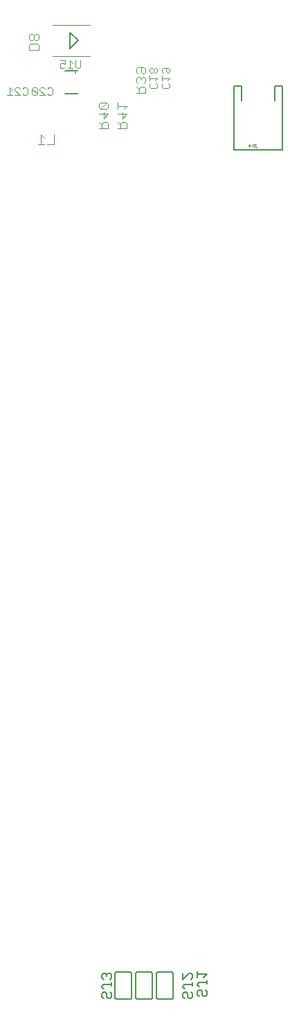
<source format=gbo>
G75*
%MOIN*%
%OFA0B0*%
%FSLAX25Y25*%
%IPPOS*%
%LPD*%
%AMOC8*
5,1,8,0,0,1.08239X$1,22.5*
%
%ADD10C,0.00600*%
%ADD11C,0.00787*%
%ADD12C,0.00400*%
%ADD13C,0.00800*%
%ADD14C,0.00300*%
%ADD15C,0.00500*%
%ADD16C,0.00100*%
D10*
X0067752Y0046000D02*
X0067752Y0057000D01*
X0067754Y0057060D01*
X0067759Y0057121D01*
X0067768Y0057180D01*
X0067781Y0057239D01*
X0067797Y0057298D01*
X0067817Y0057355D01*
X0067840Y0057410D01*
X0067867Y0057465D01*
X0067896Y0057517D01*
X0067929Y0057568D01*
X0067965Y0057617D01*
X0068003Y0057663D01*
X0068045Y0057707D01*
X0068089Y0057749D01*
X0068135Y0057787D01*
X0068184Y0057823D01*
X0068235Y0057856D01*
X0068287Y0057885D01*
X0068342Y0057912D01*
X0068397Y0057935D01*
X0068454Y0057955D01*
X0068513Y0057971D01*
X0068572Y0057984D01*
X0068631Y0057993D01*
X0068692Y0057998D01*
X0068752Y0058000D01*
X0074752Y0058000D01*
X0074812Y0057998D01*
X0074873Y0057993D01*
X0074932Y0057984D01*
X0074991Y0057971D01*
X0075050Y0057955D01*
X0075107Y0057935D01*
X0075162Y0057912D01*
X0075217Y0057885D01*
X0075269Y0057856D01*
X0075320Y0057823D01*
X0075369Y0057787D01*
X0075415Y0057749D01*
X0075459Y0057707D01*
X0075501Y0057663D01*
X0075539Y0057617D01*
X0075575Y0057568D01*
X0075608Y0057517D01*
X0075637Y0057465D01*
X0075664Y0057410D01*
X0075687Y0057355D01*
X0075707Y0057298D01*
X0075723Y0057239D01*
X0075736Y0057180D01*
X0075745Y0057121D01*
X0075750Y0057060D01*
X0075752Y0057000D01*
X0075752Y0046000D01*
X0075750Y0045940D01*
X0075745Y0045879D01*
X0075736Y0045820D01*
X0075723Y0045761D01*
X0075707Y0045702D01*
X0075687Y0045645D01*
X0075664Y0045590D01*
X0075637Y0045535D01*
X0075608Y0045483D01*
X0075575Y0045432D01*
X0075539Y0045383D01*
X0075501Y0045337D01*
X0075459Y0045293D01*
X0075415Y0045251D01*
X0075369Y0045213D01*
X0075320Y0045177D01*
X0075269Y0045144D01*
X0075217Y0045115D01*
X0075162Y0045088D01*
X0075107Y0045065D01*
X0075050Y0045045D01*
X0074991Y0045029D01*
X0074932Y0045016D01*
X0074873Y0045007D01*
X0074812Y0045002D01*
X0074752Y0045000D01*
X0068752Y0045000D01*
X0068692Y0045002D01*
X0068631Y0045007D01*
X0068572Y0045016D01*
X0068513Y0045029D01*
X0068454Y0045045D01*
X0068397Y0045065D01*
X0068342Y0045088D01*
X0068287Y0045115D01*
X0068235Y0045144D01*
X0068184Y0045177D01*
X0068135Y0045213D01*
X0068089Y0045251D01*
X0068045Y0045293D01*
X0068003Y0045337D01*
X0067965Y0045383D01*
X0067929Y0045432D01*
X0067896Y0045483D01*
X0067867Y0045535D01*
X0067840Y0045590D01*
X0067817Y0045645D01*
X0067797Y0045702D01*
X0067781Y0045761D01*
X0067768Y0045820D01*
X0067759Y0045879D01*
X0067754Y0045940D01*
X0067752Y0046000D01*
X0077752Y0046000D02*
X0077752Y0057000D01*
X0077754Y0057060D01*
X0077759Y0057121D01*
X0077768Y0057180D01*
X0077781Y0057239D01*
X0077797Y0057298D01*
X0077817Y0057355D01*
X0077840Y0057410D01*
X0077867Y0057465D01*
X0077896Y0057517D01*
X0077929Y0057568D01*
X0077965Y0057617D01*
X0078003Y0057663D01*
X0078045Y0057707D01*
X0078089Y0057749D01*
X0078135Y0057787D01*
X0078184Y0057823D01*
X0078235Y0057856D01*
X0078287Y0057885D01*
X0078342Y0057912D01*
X0078397Y0057935D01*
X0078454Y0057955D01*
X0078513Y0057971D01*
X0078572Y0057984D01*
X0078631Y0057993D01*
X0078692Y0057998D01*
X0078752Y0058000D01*
X0084752Y0058000D01*
X0084812Y0057998D01*
X0084873Y0057993D01*
X0084932Y0057984D01*
X0084991Y0057971D01*
X0085050Y0057955D01*
X0085107Y0057935D01*
X0085162Y0057912D01*
X0085217Y0057885D01*
X0085269Y0057856D01*
X0085320Y0057823D01*
X0085369Y0057787D01*
X0085415Y0057749D01*
X0085459Y0057707D01*
X0085501Y0057663D01*
X0085539Y0057617D01*
X0085575Y0057568D01*
X0085608Y0057517D01*
X0085637Y0057465D01*
X0085664Y0057410D01*
X0085687Y0057355D01*
X0085707Y0057298D01*
X0085723Y0057239D01*
X0085736Y0057180D01*
X0085745Y0057121D01*
X0085750Y0057060D01*
X0085752Y0057000D01*
X0085752Y0046000D01*
X0085750Y0045940D01*
X0085745Y0045879D01*
X0085736Y0045820D01*
X0085723Y0045761D01*
X0085707Y0045702D01*
X0085687Y0045645D01*
X0085664Y0045590D01*
X0085637Y0045535D01*
X0085608Y0045483D01*
X0085575Y0045432D01*
X0085539Y0045383D01*
X0085501Y0045337D01*
X0085459Y0045293D01*
X0085415Y0045251D01*
X0085369Y0045213D01*
X0085320Y0045177D01*
X0085269Y0045144D01*
X0085217Y0045115D01*
X0085162Y0045088D01*
X0085107Y0045065D01*
X0085050Y0045045D01*
X0084991Y0045029D01*
X0084932Y0045016D01*
X0084873Y0045007D01*
X0084812Y0045002D01*
X0084752Y0045000D01*
X0078752Y0045000D01*
X0078692Y0045002D01*
X0078631Y0045007D01*
X0078572Y0045016D01*
X0078513Y0045029D01*
X0078454Y0045045D01*
X0078397Y0045065D01*
X0078342Y0045088D01*
X0078287Y0045115D01*
X0078235Y0045144D01*
X0078184Y0045177D01*
X0078135Y0045213D01*
X0078089Y0045251D01*
X0078045Y0045293D01*
X0078003Y0045337D01*
X0077965Y0045383D01*
X0077929Y0045432D01*
X0077896Y0045483D01*
X0077867Y0045535D01*
X0077840Y0045590D01*
X0077817Y0045645D01*
X0077797Y0045702D01*
X0077781Y0045761D01*
X0077768Y0045820D01*
X0077759Y0045879D01*
X0077754Y0045940D01*
X0077752Y0046000D01*
X0087752Y0046000D02*
X0087752Y0057000D01*
X0087754Y0057060D01*
X0087759Y0057121D01*
X0087768Y0057180D01*
X0087781Y0057239D01*
X0087797Y0057298D01*
X0087817Y0057355D01*
X0087840Y0057410D01*
X0087867Y0057465D01*
X0087896Y0057517D01*
X0087929Y0057568D01*
X0087965Y0057617D01*
X0088003Y0057663D01*
X0088045Y0057707D01*
X0088089Y0057749D01*
X0088135Y0057787D01*
X0088184Y0057823D01*
X0088235Y0057856D01*
X0088287Y0057885D01*
X0088342Y0057912D01*
X0088397Y0057935D01*
X0088454Y0057955D01*
X0088513Y0057971D01*
X0088572Y0057984D01*
X0088631Y0057993D01*
X0088692Y0057998D01*
X0088752Y0058000D01*
X0094752Y0058000D01*
X0094812Y0057998D01*
X0094873Y0057993D01*
X0094932Y0057984D01*
X0094991Y0057971D01*
X0095050Y0057955D01*
X0095107Y0057935D01*
X0095162Y0057912D01*
X0095217Y0057885D01*
X0095269Y0057856D01*
X0095320Y0057823D01*
X0095369Y0057787D01*
X0095415Y0057749D01*
X0095459Y0057707D01*
X0095501Y0057663D01*
X0095539Y0057617D01*
X0095575Y0057568D01*
X0095608Y0057517D01*
X0095637Y0057465D01*
X0095664Y0057410D01*
X0095687Y0057355D01*
X0095707Y0057298D01*
X0095723Y0057239D01*
X0095736Y0057180D01*
X0095745Y0057121D01*
X0095750Y0057060D01*
X0095752Y0057000D01*
X0095752Y0046000D01*
X0095750Y0045940D01*
X0095745Y0045879D01*
X0095736Y0045820D01*
X0095723Y0045761D01*
X0095707Y0045702D01*
X0095687Y0045645D01*
X0095664Y0045590D01*
X0095637Y0045535D01*
X0095608Y0045483D01*
X0095575Y0045432D01*
X0095539Y0045383D01*
X0095501Y0045337D01*
X0095459Y0045293D01*
X0095415Y0045251D01*
X0095369Y0045213D01*
X0095320Y0045177D01*
X0095269Y0045144D01*
X0095217Y0045115D01*
X0095162Y0045088D01*
X0095107Y0045065D01*
X0095050Y0045045D01*
X0094991Y0045029D01*
X0094932Y0045016D01*
X0094873Y0045007D01*
X0094812Y0045002D01*
X0094752Y0045000D01*
X0088752Y0045000D01*
X0088692Y0045002D01*
X0088631Y0045007D01*
X0088572Y0045016D01*
X0088513Y0045029D01*
X0088454Y0045045D01*
X0088397Y0045065D01*
X0088342Y0045088D01*
X0088287Y0045115D01*
X0088235Y0045144D01*
X0088184Y0045177D01*
X0088135Y0045213D01*
X0088089Y0045251D01*
X0088045Y0045293D01*
X0088003Y0045337D01*
X0087965Y0045383D01*
X0087929Y0045432D01*
X0087896Y0045483D01*
X0087867Y0045535D01*
X0087840Y0045590D01*
X0087817Y0045645D01*
X0087797Y0045702D01*
X0087781Y0045761D01*
X0087768Y0045820D01*
X0087759Y0045879D01*
X0087754Y0045940D01*
X0087752Y0046000D01*
X0049827Y0479902D02*
X0043678Y0479902D01*
X0043678Y0491102D02*
X0049827Y0491102D01*
D11*
X0048721Y0490028D03*
D12*
X0049251Y0492401D02*
X0048650Y0493001D01*
X0048650Y0496004D01*
X0047369Y0494803D02*
X0046168Y0496004D01*
X0046168Y0492401D01*
X0047369Y0492401D02*
X0044967Y0492401D01*
X0043686Y0493001D02*
X0043086Y0492401D01*
X0041885Y0492401D01*
X0041284Y0493001D01*
X0041284Y0494202D01*
X0041885Y0494803D01*
X0042485Y0494803D01*
X0043686Y0494202D01*
X0043686Y0496004D01*
X0041284Y0496004D01*
X0037852Y0498000D02*
X0055652Y0498000D01*
X0051052Y0496004D02*
X0051052Y0493001D01*
X0050452Y0492401D01*
X0049251Y0492401D01*
X0060720Y0475665D02*
X0059952Y0474898D01*
X0059952Y0473363D01*
X0060720Y0472596D01*
X0063789Y0475665D01*
X0060720Y0475665D01*
X0060720Y0472596D02*
X0063789Y0472596D01*
X0064556Y0473363D01*
X0064556Y0474898D01*
X0063789Y0475665D01*
X0062254Y0471061D02*
X0062254Y0467992D01*
X0064556Y0470294D01*
X0059952Y0470294D01*
X0059952Y0466457D02*
X0061487Y0464923D01*
X0061487Y0465690D02*
X0061487Y0463388D01*
X0059952Y0463388D02*
X0064556Y0463388D01*
X0064556Y0465690D01*
X0063789Y0466457D01*
X0062254Y0466457D01*
X0061487Y0465690D01*
X0068952Y0466457D02*
X0070487Y0464923D01*
X0070487Y0465690D02*
X0070487Y0463388D01*
X0068952Y0463388D02*
X0073556Y0463388D01*
X0073556Y0465690D01*
X0072789Y0466457D01*
X0071254Y0466457D01*
X0070487Y0465690D01*
X0071254Y0467992D02*
X0071254Y0471061D01*
X0072022Y0472596D02*
X0073556Y0474131D01*
X0068952Y0474131D01*
X0068952Y0475665D02*
X0068952Y0472596D01*
X0068952Y0470294D02*
X0073556Y0470294D01*
X0071254Y0467992D01*
X0077952Y0480388D02*
X0082556Y0480388D01*
X0082556Y0482690D01*
X0081789Y0483457D01*
X0080254Y0483457D01*
X0079487Y0482690D01*
X0079487Y0480388D01*
X0079487Y0481923D02*
X0077952Y0483457D01*
X0078720Y0484992D02*
X0077952Y0485759D01*
X0077952Y0487294D01*
X0078720Y0488061D01*
X0079487Y0488061D01*
X0080254Y0487294D01*
X0080254Y0486527D01*
X0080254Y0487294D02*
X0081022Y0488061D01*
X0081789Y0488061D01*
X0082556Y0487294D01*
X0082556Y0485759D01*
X0081789Y0484992D01*
X0081789Y0489596D02*
X0081022Y0489596D01*
X0080254Y0490363D01*
X0080254Y0492665D01*
X0078720Y0492665D02*
X0081789Y0492665D01*
X0082556Y0491898D01*
X0082556Y0490363D01*
X0081789Y0489596D01*
X0078720Y0489596D02*
X0077952Y0490363D01*
X0077952Y0491898D01*
X0078720Y0492665D01*
X0055652Y0513000D02*
X0037852Y0513000D01*
X0031056Y0507898D02*
X0030289Y0508665D01*
X0029522Y0508665D01*
X0028754Y0507898D01*
X0028754Y0506363D01*
X0029522Y0505596D01*
X0030289Y0505596D01*
X0031056Y0506363D01*
X0031056Y0507898D01*
X0028754Y0507898D02*
X0027987Y0508665D01*
X0027220Y0508665D01*
X0026452Y0507898D01*
X0026452Y0506363D01*
X0027220Y0505596D01*
X0027987Y0505596D01*
X0028754Y0506363D01*
X0027220Y0504061D02*
X0030289Y0504061D01*
X0031056Y0503294D01*
X0031056Y0500992D01*
X0026452Y0500992D01*
X0026452Y0503294D01*
X0027220Y0504061D01*
X0032122Y0460304D02*
X0032122Y0455700D01*
X0033656Y0455700D02*
X0030587Y0455700D01*
X0033656Y0458769D02*
X0032122Y0460304D01*
X0035191Y0455700D02*
X0038260Y0455700D01*
X0038260Y0460304D01*
D13*
X0045993Y0501563D02*
X0045993Y0509437D01*
X0050020Y0505500D01*
X0045993Y0501563D01*
X0124941Y0483587D02*
X0124941Y0452878D01*
X0148563Y0452878D01*
X0148563Y0483587D01*
X0144626Y0483587D01*
X0144626Y0476500D01*
X0128878Y0476500D02*
X0128878Y0483587D01*
X0124941Y0483587D01*
D14*
X0094161Y0483155D02*
X0093544Y0482538D01*
X0091075Y0482538D01*
X0090458Y0483155D01*
X0090458Y0484389D01*
X0091075Y0485006D01*
X0090458Y0486221D02*
X0090458Y0488689D01*
X0090458Y0487455D02*
X0094161Y0487455D01*
X0092926Y0486221D01*
X0093544Y0485006D02*
X0094161Y0484389D01*
X0094161Y0483155D01*
X0088161Y0483155D02*
X0087544Y0482538D01*
X0085075Y0482538D01*
X0084458Y0483155D01*
X0084458Y0484389D01*
X0085075Y0485006D01*
X0084458Y0486221D02*
X0084458Y0488689D01*
X0084458Y0487455D02*
X0088161Y0487455D01*
X0086926Y0486221D01*
X0087544Y0485006D02*
X0088161Y0484389D01*
X0088161Y0483155D01*
X0087544Y0489904D02*
X0086926Y0489904D01*
X0086309Y0490521D01*
X0086309Y0491755D01*
X0085692Y0492373D01*
X0085075Y0492373D01*
X0084458Y0491755D01*
X0084458Y0490521D01*
X0085075Y0489904D01*
X0085692Y0489904D01*
X0086309Y0490521D01*
X0086309Y0491755D02*
X0086926Y0492373D01*
X0087544Y0492373D01*
X0088161Y0491755D01*
X0088161Y0490521D01*
X0087544Y0489904D01*
X0090458Y0490521D02*
X0090458Y0491755D01*
X0091075Y0492373D01*
X0093544Y0492373D01*
X0094161Y0491755D01*
X0094161Y0490521D01*
X0093544Y0489904D01*
X0092926Y0489904D01*
X0092309Y0490521D01*
X0092309Y0492373D01*
X0090458Y0490521D02*
X0091075Y0489904D01*
X0037715Y0482291D02*
X0037715Y0479822D01*
X0037098Y0479205D01*
X0035863Y0479205D01*
X0035246Y0479822D01*
X0034032Y0479205D02*
X0031563Y0481674D01*
X0031563Y0482291D01*
X0032180Y0482908D01*
X0033415Y0482908D01*
X0034032Y0482291D01*
X0035246Y0482291D02*
X0035863Y0482908D01*
X0037098Y0482908D01*
X0037715Y0482291D01*
X0034032Y0479205D02*
X0031563Y0479205D01*
X0030349Y0479822D02*
X0027880Y0482291D01*
X0027880Y0479822D01*
X0028497Y0479205D01*
X0029731Y0479205D01*
X0030349Y0479822D01*
X0030349Y0482291D01*
X0029731Y0482908D01*
X0028497Y0482908D01*
X0027880Y0482291D01*
X0025715Y0482291D02*
X0025715Y0479822D01*
X0025098Y0479205D01*
X0023863Y0479205D01*
X0023246Y0479822D01*
X0022032Y0479205D02*
X0019563Y0481674D01*
X0019563Y0482291D01*
X0020180Y0482908D01*
X0021415Y0482908D01*
X0022032Y0482291D01*
X0023246Y0482291D02*
X0023863Y0482908D01*
X0025098Y0482908D01*
X0025715Y0482291D01*
X0022032Y0479205D02*
X0019563Y0479205D01*
X0018349Y0479205D02*
X0015880Y0479205D01*
X0017114Y0479205D02*
X0017114Y0482908D01*
X0018349Y0481674D01*
D15*
X0061502Y0046001D02*
X0062253Y0045250D01*
X0061502Y0046001D02*
X0061502Y0047502D01*
X0062253Y0048253D01*
X0063004Y0048253D01*
X0063754Y0047502D01*
X0063754Y0046001D01*
X0064505Y0045250D01*
X0065256Y0045250D01*
X0066006Y0046001D01*
X0066006Y0047502D01*
X0065256Y0048253D01*
X0066006Y0051355D02*
X0066006Y0052856D01*
X0066006Y0052106D02*
X0062253Y0052106D01*
X0061502Y0051355D01*
X0061502Y0050605D01*
X0062253Y0049854D01*
X0062253Y0054458D02*
X0061502Y0055208D01*
X0061502Y0056710D01*
X0062253Y0057460D01*
X0063004Y0057460D01*
X0063754Y0056710D01*
X0063754Y0055959D01*
X0063754Y0056710D02*
X0064505Y0057460D01*
X0065256Y0057460D01*
X0066006Y0056710D01*
X0066006Y0055208D01*
X0065256Y0054458D01*
X0100502Y0054458D02*
X0103505Y0057460D01*
X0104256Y0057460D01*
X0105006Y0056710D01*
X0105006Y0055208D01*
X0104256Y0054458D01*
X0105006Y0052856D02*
X0105006Y0051355D01*
X0105006Y0052106D02*
X0101253Y0052106D01*
X0100502Y0051355D01*
X0100502Y0050605D01*
X0101253Y0049854D01*
X0101253Y0048253D02*
X0100502Y0047502D01*
X0100502Y0046001D01*
X0101253Y0045250D01*
X0102754Y0046001D02*
X0102754Y0047502D01*
X0102004Y0048253D01*
X0101253Y0048253D01*
X0102754Y0046001D02*
X0103505Y0045250D01*
X0104256Y0045250D01*
X0105006Y0046001D01*
X0105006Y0047502D01*
X0104256Y0048253D01*
X0107502Y0048502D02*
X0107502Y0047001D01*
X0108253Y0046250D01*
X0109754Y0047001D02*
X0109754Y0048502D01*
X0109004Y0049253D01*
X0108253Y0049253D01*
X0107502Y0048502D01*
X0108253Y0050854D02*
X0107502Y0051605D01*
X0107502Y0052355D01*
X0108253Y0053106D01*
X0112006Y0053106D01*
X0112006Y0053856D02*
X0112006Y0052355D01*
X0111256Y0049253D02*
X0112006Y0048502D01*
X0112006Y0047001D01*
X0111256Y0046250D01*
X0110505Y0046250D01*
X0109754Y0047001D01*
X0110505Y0055458D02*
X0112006Y0056959D01*
X0107502Y0056959D01*
X0107502Y0055458D02*
X0107502Y0058460D01*
X0100502Y0057460D02*
X0100502Y0054458D01*
D16*
X0132425Y0454202D02*
X0132425Y0455703D01*
X0133176Y0454953D01*
X0132175Y0454953D01*
X0133648Y0454953D02*
X0133898Y0454702D01*
X0134649Y0454702D01*
X0134649Y0454202D02*
X0134649Y0455703D01*
X0133898Y0455703D01*
X0133648Y0455453D01*
X0133648Y0454953D01*
X0135121Y0455703D02*
X0135622Y0455703D01*
X0135372Y0455703D02*
X0135372Y0454452D01*
X0135622Y0454202D01*
X0135872Y0454202D01*
X0136122Y0454452D01*
M02*

</source>
